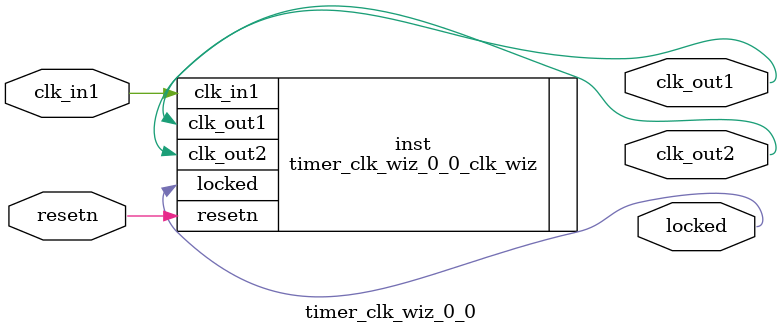
<source format=v>


`timescale 1ps/1ps

(* CORE_GENERATION_INFO = "timer_clk_wiz_0_0,clk_wiz_v6_0_4_0_0,{component_name=timer_clk_wiz_0_0,use_phase_alignment=true,use_min_o_jitter=false,use_max_i_jitter=false,use_dyn_phase_shift=false,use_inclk_switchover=false,use_dyn_reconfig=false,enable_axi=0,feedback_source=FDBK_AUTO,PRIMITIVE=MMCM,num_out_clk=2,clkin1_period=10.000,clkin2_period=10.000,use_power_down=false,use_reset=true,use_locked=true,use_inclk_stopped=false,feedback_type=SINGLE,CLOCK_MGR_TYPE=NA,manual_override=false}" *)

module timer_clk_wiz_0_0 
 (
  // Clock out ports
  output        clk_out1,
  output        clk_out2,
  // Status and control signals
  input         resetn,
  output        locked,
 // Clock in ports
  input         clk_in1
 );

  timer_clk_wiz_0_0_clk_wiz inst
  (
  // Clock out ports  
  .clk_out1(clk_out1),
  .clk_out2(clk_out2),
  // Status and control signals               
  .resetn(resetn), 
  .locked(locked),
 // Clock in ports
  .clk_in1(clk_in1)
  );

endmodule

</source>
